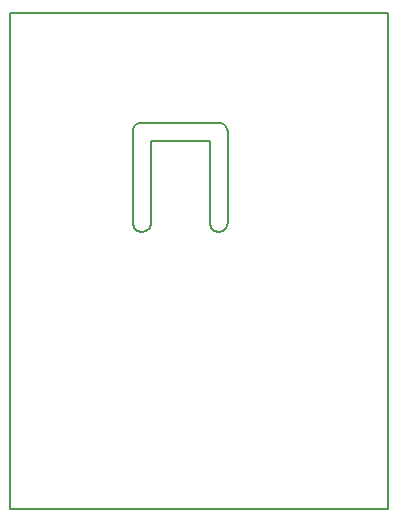
<source format=gbr>
G04 DipTrace 4.0.0.2*
G04 BoardOutline.gbr*
%MOIN*%
G04 #@! TF.FileFunction,Profile*
G04 #@! TF.Part,Single*
%ADD11C,0.005512*%
%FSLAX26Y26*%
G04*
G70*
G90*
G75*
G01*
G04 BoardOutline*
%LPD*%
X0Y0D2*
D11*
X1259843D1*
Y1653543D1*
X0D1*
Y0D1*
X664167Y951453D2*
X668186Y936454D1*
X679167Y925474D1*
X694167Y921454D1*
X709167Y925474D1*
X720148Y936454D1*
X724168Y951453D1*
X724167Y1256546D1*
X723150Y1264311D1*
X720155Y1271551D1*
X715387Y1277766D1*
X709173Y1282533D1*
X701934Y1285528D1*
X694168Y1286545D1*
X438274D1*
X430507Y1285528D1*
X423269Y1282533D1*
X417054Y1277766D1*
X412286Y1271550D1*
X409291Y1264311D1*
X408276Y1256543D1*
X408274Y951453D1*
X412294Y936454D1*
X423274Y925474D1*
X438274Y921454D1*
X453274Y925474D1*
X464256Y936454D1*
X468276Y951453D1*
X468274Y1226547D1*
X664167D1*
Y951453D1*
M02*

</source>
